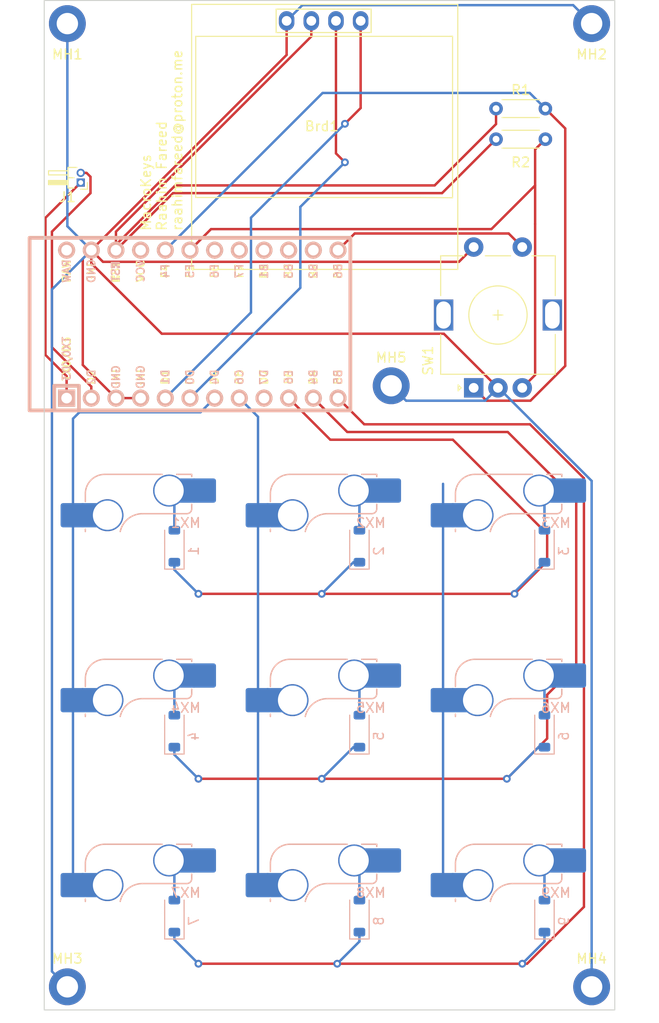
<source format=kicad_pcb>
(kicad_pcb (version 20221018) (generator pcbnew)
  (layers (0 "F.Cu" signal) (31 "B.Cu" signal) (34 "B.Paste" user) (35 "F.Paste" user) (36 "B.SilkS" user "B.Silkscreen") (37 "F.SilkS" user "F.Silkscreen") (38 "B.Mask" user) (39 "F.Mask" user) (44 "Edge.Cuts" user))
  (net 0 "")
  (net 1 "Row 0")
  (net 2 "Net-(D1-A)")
  (net 3 "Row 1")
  (net 4 "Net-(D2-A)")
  (net 5 "Row 2")
  (net 6 "Net-(D3-A)")
  (net 7 "Column 0")
  (net 8 "Net-(D4-A)")
  (net 9 "Column 1")
  (net 10 "Net-(D5-A)")
  (net 11 "Column 2")
  (net 12 "Net-(D6-A)")
  (net 13 "Net-(U1-B6)")
  (net 14 "Net-(D7-A)")
  (net 15 "Net-(J1-Pin_1)")
  (net 16 "Net-(D8-A)")
  (net 17 "Net-(J1-Pin_2)")
  (net 18 "Net-(D9-A)")
  (net 20 "GND")
  (net 22 "Net-(U1-F4)")
  (net 23 "Net-(U1-F5)")
  (net 29 "Net-(Brd1-SDA)")
  (net 30 "Net-(Brd1-SCL)")
  (net 31 "+5V")
  (footprint "Resistor_THT:R_Axial_DIN0204_L3.6mm_D1.6mm_P5.08mm_Horizontal" (layer "F.Cu") (at 63.1825 27.0125)
    (fp_text reference "R1" (at 2.54 -1.92) (layer "F.SilkS"))
    (fp_text value "R")
    (pad "1" thru_hole circle (at 0 0) (size 1.4 1.4) (drill 0.7) (layers "*.Cu" "*.Mask") (net 31 "+5V"))
    (pad "2" thru_hole oval (at 5.08 0) (size 1.4 1.4) (drill 0.7) (layers "*.Cu" "*.Mask") (net 22 "Net-(U1-F4)"))
  )
  (footprint "MountingHole:MountingHole_2.2mm_M2_DIN965_Pad" (layer "F.Cu") (at 73.025 18.25625)
    (fp_text reference "MH2" (at 0 3.175) (layer "F.SilkS"))
    (fp_text value "MountingHole_Pad")
    (pad "1" thru_hole circle (at 0 0) (size 3.8 3.8) (drill 2.2) (layers "*.Cu" "*.Mask") (net 20 "GND"))
  )
  (footprint "Keebio-Parts:ArduinoProMicro" (layer "F.Cu") (at 32.943 49.2125)
    (fp_text reference "U1" hide)
    (fp_text value "ProMicro" hide)
    (fp_text user "GND" (at -11.43 -5.461 90) (layer "B.SilkS") (effects (font (size 0.8 0.8)) (justify mirror)))
    (fp_text user "VCC" (at -6.35 -5.461 90) (layer "B.SilkS") (effects (font (size 0.8 0.8)) (justify mirror)))
    (fp_text user "F4" (at -3.81 -5.461 90) (layer "B.SilkS") (effects (font (size 0.8 0.8)) (justify mirror)))
    (fp_text user "B4" (at 11.43 5.461 90) (layer "B.SilkS") (effects (font (size 0.8 0.8)) (justify mirror)))
    (fp_text user "B5" (at 13.97 5.461 90) (layer "B.SilkS") (effects (font (size 0.8 0.8)) (justify mirror)))
    (fp_text user "GND" (at -6.35 5.461 90) (layer "B.SilkS") (effects (font (size 0.8 0.8)) (justify mirror)))
    (fp_text user "D7" (at 6.35 5.461 90) (layer "B.SilkS") (effects (font (size 0.8 0.8)) (justify mirror)))
    (fp_text user "B1" (at 6.35 -5.461 90) (layer "B.SilkS") (effects (font (size 0.8 0.8)) (justify mirror)))
    (fp_text user "F6" (at 1.27 -5.461 90) (layer "B.SilkS") (effects (font (size 0.8 0.8)) (justify mirror)))
    (fp_text user "B2" (at 11.43 -5.461 90) (layer "B.SilkS") (effects (font (size 0.8 0.8)) (justify mirror)))
    (fp_text user "B6" (at 13.97 -5.461 90) (layer "B.SilkS") (effects (font (size 0.8 0.8)) (justify mirror)))
    (fp_text user "GND" (at -8.89 5.461 90) (layer "B.SilkS") (effects (font (size 0.8 0.8)) (justify mirror)))
    (fp_text user "D2" (at -11.43 5.461 90) (layer "B.SilkS") (effects (font (size 0.8 0.8)) (justify mirror)))
    (fp_text user "F7" (at 3.81 -5.461 90) (layer "B.SilkS") (effects (font (size 0.8 0.8)) (justify mirror)))
    (fp_text user "D1" (at -3.81 5.461 90) (layer "B.SilkS") (effects (font (size 0.8 0.8)) (justify mirror)))
    (fp_text user "F5" (at -1.27 -5.461 90) (layer "B.SilkS") (effects (font (size 0.8 0.8)) (justify mirror)))
    (fp_text user "D0" (at -1.27 5.461 90) (layer "B.SilkS") (effects (font (size 0.8 0.8)) (justify mirror)))
    (fp_text user "E6" (at 8.89 5.461 90) (layer "B.SilkS") (effects (font (size 0.8 0.8)) (justify mirror)))
    (fp_text user "D4" (at 1.27 5.461 90) (layer "B.SilkS") (effects (font (size 0.8 0.8)) (justify mirror)))
    (fp_text user "B3" (at 8.89 -5.461 90) (layer "B.SilkS") (effects (font (size 0.8 0.8)) (justify mirror)))
    (fp_text user "C6" (at 3.81 5.461 90) (layer "B.SilkS") (effects (font (size 0.8 0.8)) (justify mirror)))
    (fp_text user "ST" (at -8.91 -5.04 90) (layer "B.SilkS") (effects (font (size 0.8 0.8)) (justify mirror)))
    (fp_text user "TX0/D3" (at -13.97 3.571872 90) (layer "B.SilkS") (effects (font (size 0.8 0.8)) (justify mirror)))
    (fp_text user "RAW" (at -13.97 -5.461 90) (layer "B.SilkS") (effects (font (size 0.8 0.8)) (justify mirror)))
    (fp_text user "B3" (at 8.89 -5.461 90) (layer "F.SilkS") (effects (font (size 0.8 0.8))))
    (fp_text user "F5" (at -1.27 -5.461 90) (layer "F.SilkS") (effects (font (size 0.8 0.8))))
    (fp_text user "RAW" (at -13.97 -5.461 90) (layer "F.SilkS") (effects (font (size 0.8 0.8))))
    (fp_text user "F6" (at 1.27 -5.461 90) (layer "F.SilkS") (effects (font (size 0.8 0.8))))
    (fp_text user "D1" (at -3.81 5.461 90) (layer "F.SilkS") (effects (font (size 0.8 0.8))))
    (fp_text user "D4" (at 1.27 5.461 90) (layer "F.SilkS") (effects (font (size 0.8 0.8))))
    (fp_text user "E6" (at 8.89 5.461 90) (layer "F.SilkS") (effects (font (size 0.8 0.8))))
    (fp_text user "F7" (at 3.81 -5.461 90) (layer "F.SilkS") (effects (font (size 0.8 0.8))))
    (fp_text user "B4" (at 11.43 5.461 90) (layer "F.SilkS") (effects (font (size 0.8 0.8))))
    (fp_text user "F4" (at -3.81 -5.461 90) (layer "F.SilkS") (effects (font (size 0.8 0.8))))
    (fp_text user "B6" (at 13.97 -5.461 90) (layer "F.SilkS") (effects (font (size 0.8 0.8))))
    (fp_text user "B2" (at 11.43 -5.461 90) (layer "F.SilkS") (effects (font (size 0.8 0.8))))
    (fp_text user "VCC" (at -6.35 -5.461 90) (layer "F.SilkS") (effects (font (size 0.8 0.8))))
    (fp_text user "GND" (at -8.89 5.461 90) (layer "F.SilkS") (effects (font (size 0.8 0.8))))
    (fp_text user "D7" (at 6.35 5.461 90) (layer "F.SilkS") (effects (font (size 0.8 0.8))))
    (fp_text user "ST" (at -8.92 -5.73312 90) (layer "F.SilkS") (effects (font (size 0.8 0.8))))
    (fp_text user "B1" (at 6.35 -5.461 90) (layer "F.SilkS") (effects (font (size 0.8 0.8))))
    (fp_text user "D2" (at -11.43 5.461 90) (layer "F.SilkS") (effects (font (size 0.8 0.8))))
    (fp_text user "D0" (at -1.27 5.461 90) (layer "F.SilkS") (effects (font (size 0.8 0.8))))
    (fp_text user "C6" (at 3.81 5.461 90) (layer "F.SilkS") (effects (font (size 0.8 0.8))))
    (fp_text user "TX0/D3" (at -13.97 3.571872 90) (layer "F.SilkS") (effects (font (size 0.8 0.8))))
    (fp_text user "B5" (at 13.97 5.461 90) (layer "F.SilkS") (effects (font (size 0.8 0.8))))
    (fp_text user "GND" (at -6.35 5.461 90) (layer "F.SilkS") (effects (font (size 0.8 0.8))))
    (fp_text user "GND" (at -11.43 -5.461 90) (layer "F.SilkS") (effects (font (size 0.8 0.8))))
    (pad "1" thru_hole rect (at -13.97 7.62) (size 1.7526 1.7526) (drill 1.0922) (layers "*.Cu" "*.SilkS" "*.Mask") (net 15 "Net-(J1-Pin_1)"))
    (pad "2" thru_hole circle (at -11.43 7.62) (size 1.7526 1.7526) (drill 1.0922) (layers "*.Cu" "*.SilkS" "*.Mask") (net 17 "Net-(J1-Pin_2)"))
    (pad "3" thru_hole circle (at -8.89 7.62) (size 1.7526 1.7526) (drill 1.0922) (layers "*.Cu" "*.SilkS" "*.Mask") (net 20 "GND"))
    (pad "4" thru_hole circle (at -6.35 7.62) (size 1.7526 1.7526) (drill 1.0922) (layers "*.Cu" "*.SilkS" "*.Mask") (net 20 "GND"))
    (pad "5" thru_hole circle (at -3.81 7.62) (size 1.7526 1.7526) (drill 1.0922) (layers "*.Cu" "*.SilkS" "*.Mask") (net 29 "Net-(Brd1-SDA)"))
    (pad "6" thru_hole circle (at -1.27 7.62) (size 1.7526 1.7526) (drill 1.0922) (layers "*.Cu" "*.SilkS" "*.Mask") (net 30 "Net-(Brd1-SCL)"))
    (pad "7" thru_hole circle (at 1.27 7.62) (size 1.7526 1.7526) (drill 1.0922) (layers "*.Cu" "*.SilkS" "*.Mask") (net 7 "Column 0"))
    (pad "8" thru_hole circle (at 3.81 7.62) (size 1.7526 1.7526) (drill 1.0922) (layers "*.Cu" "*.SilkS" "*.Mask") (net 9 "Column 1"))
    (pad "9" thru_hole circle (at 6.35 7.62) (size 1.7526 1.7526) (drill 1.0922) (layers "*.Cu" "*.SilkS" "*.Mask") (net 11 "Column 2"))
    (pad "10" thru_hole circle (at 8.89 7.62) (size 1.7526 1.7526) (drill 1.0922) (layers "*.Cu" "*.SilkS" "*.Mask") (net 1 "Row 0"))
    (pad "11" thru_hole circle (at 11.43 7.62) (size 1.7526 1.7526) (drill 1.0922) (layers "*.Cu" "*.SilkS" "*.Mask") (net 3 "Row 1"))
    (pad "12" thru_hole circle (at 13.97 7.62) (size 1.7526 1.7526) (drill 1.0922) (layers "*.Cu" "*.SilkS" "*.Mask") (net 5 "Row 2"))
    (pad "13" thru_hole circle (at 13.97 -7.62) (size 1.7526 1.7526) (drill 1.0922) (layers "*.Cu" "*.SilkS" "*.Mask") (net 13 "Net-(U1-B6)"))
    (pad "14" thru_hole circle (at 11.43 -7.62) (size 1.7526 1.7526) (drill 1.0922) (layers "*.Cu" "*.SilkS" "*.Mask"))
    (pad "15" thru_hole circle (at 8.89 -7.62) (size 1.7526 1.7526) (drill 1.0922) (layers "*.Cu" "*.SilkS" "*.Mask"))
    (pad "16" thru_hole circle (at 6.35 -7.62) (size 1.7526 1.7526) (drill 1.0922) (layers "*.Cu" "*.SilkS" "*.Mask"))
    (pad "17" thru_hole circle (at 3.81 -7.62) (size 1.7526 1.7526) (drill 1.0922) (layers "*.Cu" "*.SilkS" "*.Mask"))
    (pad "18" thru_hole circle (at 1.27 -7.62) (size 1.7526 1.7526) (drill 1.0922) (layers "*.Cu" "*.SilkS" "*.Mask"))
    (pad "19" thru_hole circle (at -1.27 -7.62) (size 1.7526 1.7526) (drill 1.0922) (layers "*.Cu" "*.SilkS" "*.Mask") (net 23 "Net-(U1-F5)"))
    (pad "20" thru_hole circle (at -3.81 -7.62) (size 1.7526 1.7526) (drill 1.0922) (layers "*.Cu" "*.SilkS" "*.Mask") (net 22 "Net-(U1-F4)"))
    (pad "21" thru_hole circle (at -6.35 -7.62) (size 1.7526 1.7526) (drill 1.0922) (layers "*.Cu" "*.SilkS" "*.Mask"))
    (pad "22" thru_hole circle (at -8.89 -7.62) (size 1.7526 1.7526) (drill 1.0922) (layers "*.Cu" "*.SilkS" "*.Mask") (net 31 "+5V"))
    (pad "23" thru_hole circle (at -11.43 -7.62) (size 1.7526 1.7526) (drill 1.0922) (layers "*.Cu" "*.SilkS" "*.Mask") (net 20 "GND"))
    (pad "24" thru_hole circle (at -13.97 -7.62) (size 1.7526 1.7526) (drill 1.0922) (layers "*.Cu" "*.SilkS" "*.Mask"))
  )
  (footprint "MountingHole:MountingHole_2.2mm_M2_DIN965_Pad" (layer "F.Cu") (at 19.05 117.475)
    (fp_text reference "MH3" (at 0 -2.9) (layer "F.SilkS"))
    (fp_text value "MountingHole_Pad")
    (pad "1" thru_hole circle (at 0 0) (size 3.8 3.8) (drill 2.2) (layers "*.Cu" "*.Mask") (net 20 "GND"))
  )
  (footprint "MountingHole:MountingHole_2.2mm_M2_DIN965_Pad" (layer "F.Cu") (at 73.025 117.475)
    (fp_text reference "MH4" (at 0 -2.9) (layer "F.SilkS"))
    (fp_text value "MountingHole_Pad")
    (pad "1" thru_hole circle (at 0 0) (size 3.8 3.8) (drill 2.2) (layers "*.Cu" "*.Mask") (net 20 "GND"))
  )
  (footprint "Resistor_THT:R_Axial_DIN0204_L3.6mm_D1.6mm_P5.08mm_Horizontal" (layer "F.Cu") (at 63.1825 30.1625)
    (fp_text reference "R2" (at 2.54 2.38125) (layer "F.SilkS"))
    (fp_text value "R")
    (pad "1" thru_hole circle (at 0 0) (size 1.4 1.4) (drill 0.7) (layers "*.Cu" "*.Mask") (net 31 "+5V"))
    (pad "2" thru_hole oval (at 5.08 0) (size 1.4 1.4) (drill 0.7) (layers "*.Cu" "*.Mask") (net 23 "Net-(U1-F5)"))
  )
  (footprint "MountingHole:MountingHole_2.2mm_M2_DIN965_Pad" (layer "F.Cu") (at 19.05 18.25625)
    (fp_text reference "MH1" (at 0 3.175) (layer "F.SilkS"))
    (fp_text value "MountingHole_Pad")
    (pad "1" thru_hole circle (at 0 0) (size 3.8 3.8) (drill 2.2) (layers "*.Cu" "*.Mask") (net 20 "GND"))
  )
  (footprint "SSD1306:128x64OLED" (layer "F.Cu") (at 45.24375 28.575)
    (fp_text reference "Brd1" (at 0 0.254) (layer "F.SilkS"))
    (fp_text value "SSD1306")
    (pad "1" thru_hole oval (at -3.62 -10.6 90) (size 2 1.6) (drill 1) (layers "*.Cu" "*.Mask") (net 20 "GND"))
    (pad "2" thru_hole oval (at -1.08 -10.6 90) (size 2 1.6) (drill 1) (layers "*.Cu" "*.Mask") (net 31 "+5V"))
    (pad "3" thru_hole oval (at 1.46 -10.6 90) (size 2 1.6) (drill 1) (layers "*.Cu" "*.Mask") (net 30 "Net-(Brd1-SCL)"))
    (pad "4" thru_hole oval (at 4 -10.6 90) (size 2 1.6) (drill 1) (layers "*.Cu" "*.Mask") (net 29 "Net-(Brd1-SDA)"))
  )
  (footprint "Connector_PinHeader_1.00mm:PinHeader_1x02_P1.00mm_Horizontal" (layer "F.Cu") (at 20.425 34.63125 180)
    (fp_text reference "J1" (at 1.375 -1.5) (layer "F.SilkS"))
    (fp_text value "Conn_01x02_Pin")
    (pad "1" thru_hole rect (at 0 0 180) (size 0.85 0.85) (drill 0.5) (layers "*.Cu" "*.Mask") (net 15 "Net-(J1-Pin_1)"))
    (pad "2" thru_hole oval (at 0 1 180) (size 0.85 0.85) (drill 0.5) (layers "*.Cu" "*.Mask") (net 17 "Net-(J1-Pin_2)"))
  )
  (footprint "Keebio-Parts:RotaryEncoder_Alps_EC11E-Switch_Vertical_H20mm" (layer "F.Cu") (at 63.38125 48.275 90)
    (fp_text reference "SW1" (at -4.7 -7.2 90) (layer "F.SilkS"))
    (fp_text value "RotaryEncoder_Switch")
    (pad "A" thru_hole rect (at -7.5 -2.5 90) (size 2 2) (drill 1) (layers "*.Cu" "*.Mask") (net 22 "Net-(U1-F4)"))
    (pad "B" thru_hole circle (at -7.5 2.5 90) (size 2 2) (drill 1) (layers "*.Cu" "*.Mask") (net 23 "Net-(U1-F5)"))
    (pad "C" thru_hole circle (at -7.5 0 90) (size 2 2) (drill 1) (layers "*.Cu" "*.Mask") (net 20 "GND"))
    (pad "MP" thru_hole rect (at 0 -5.6 90) (size 3.2 2) (drill oval 2.8 1.5) (layers "*.Cu" "*.Mask"))
    (pad "MP" thru_hole rect (at 0 5.6 90) (size 3.2 2) (drill oval 2.8 1.5) (layers "*.Cu" "*.Mask"))
    (pad "S1" thru_hole circle (at 7 2.5 90) (size 2 2) (drill 1) (layers "*.Cu" "*.Mask") (net 13 "Net-(U1-B6)"))
    (pad "S2" thru_hole circle (at 7 -2.5 90) (size 2 2) (drill 1) (layers "*.Cu" "*.Mask") (net 20 "GND"))
  )
  (footprint "MountingHole:MountingHole_2.2mm_M2_DIN965_Pad" (layer "F.Cu") (at 52.3875 55.5625)
    (fp_text reference "MH5" (at 0 -2.9) (layer "F.SilkS"))
    (fp_text value "MountingHole_Pad")
    (pad "1" thru_hole circle (at 0 0) (size 3.8 3.8) (drill 2.2) (layers "*.Cu" "*.Mask") (net 20 "GND"))
  )
  (footprint "PCM_marbastlib-mx:SW_MX_HS_CPG151101S11_1u" (layer "B.Cu") (at 26.9875 71.4375 180)
    (fp_text reference "MX1" (at -4.25 1.75) (layer "B.SilkS") (effects (justify mirror)))
    (fp_text value "MX_SW_HS")
    (pad "" np_thru_hole circle (at -5.08 0 180) (size 1.75 1.75) (drill 1.75) (layers "*.Cu" "*.Mask"))
    (pad "" np_thru_hole circle (at 0 0 180) (size 3.9878 3.9878) (drill 3.9878) (layers "*.Cu" "*.Mask"))
    (pad "" np_thru_hole circle (at 5.08 0 180) (size 1.75 1.75) (drill 1.75) (layers "*.Cu" "*.Mask"))
    (pad "1" thru_hole circle (at 3.81 2.54 180) (size 3.3 3.3) (drill 3) (layers "*.Cu" "*.Mask") (net 7 "Column 0"))
    (pad "1" smd rect (at 5.635 2.54) (size 1.65 2.5) (layers "B.Cu") (net 7 "Column 0"))
    (pad "1" smd roundrect (at 7.36 2.54 180) (size 2.55 2.5) (layers "B.Cu" "B.Paste" "B.Mask") (roundrect_rratio 0.1) (net 7 "Column 0"))
    (pad "2" smd roundrect (at -6.09 5.08 180) (size 2.55 2.5) (layers "B.Cu" "B.Paste" "B.Mask") (roundrect_rratio 0.1) (net 2 "Net-(D1-A)"))
    (pad "2" smd rect (at -4.34 5.08 180) (size 1.65 2.5) (layers "B.Cu") (net 2 "Net-(D1-A)"))
    (pad "2" thru_hole circle (at -2.54 5.08 180) (size 3.3 3.3) (drill 3) (layers "*.Cu" "*.Mask") (net 2 "Net-(D1-A)"))
  )
  (footprint "PCM_marbastlib-mx:SW_MX_HS_CPG151101S11_1u" (layer "B.Cu") (at 46.0375 71.4375 180)
    (fp_text reference "MX2" (at -4.25 1.75) (layer "B.SilkS") (effects (justify mirror)))
    (fp_text value "MX_SW_HS")
    (pad "" np_thru_hole circle (at -5.08 0 180) (size 1.75 1.75) (drill 1.75) (layers "*.Cu" "*.Mask"))
    (pad "" np_thru_hole circle (at 0 0 180) (size 3.9878 3.9878) (drill 3.9878) (layers "*.Cu" "*.Mask"))
    (pad "" np_thru_hole circle (at 5.08 0 180) (size 1.75 1.75) (drill 1.75) (layers "*.Cu" "*.Mask"))
    (pad "1" thru_hole circle (at 3.81 2.54 180) (size 3.3 3.3) (drill 3) (layers "*.Cu" "*.Mask") (net 9 "Column 1"))
    (pad "1" smd rect (at 5.635 2.54) (size 1.65 2.5) (layers "B.Cu") (net 9 "Column 1"))
    (pad "1" smd roundrect (at 7.36 2.54 180) (size 2.55 2.5) (layers "B.Cu" "B.Paste" "B.Mask") (roundrect_rratio 0.1) (net 9 "Column 1"))
    (pad "2" smd roundrect (at -6.09 5.08 180) (size 2.55 2.5) (layers "B.Cu" "B.Paste" "B.Mask") (roundrect_rratio 0.1) (net 4 "Net-(D2-A)"))
    (pad "2" smd rect (at -4.34 5.08 180) (size 1.65 2.5) (layers "B.Cu") (net 4 "Net-(D2-A)"))
    (pad "2" thru_hole circle (at -2.54 5.08 180) (size 3.3 3.3) (drill 3) (layers "*.Cu" "*.Mask") (net 4 "Net-(D2-A)"))
  )
  (footprint "Diode_SMD:D_SOD-123" (layer "B.Cu") (at 68.1675 72.0875 90)
    (fp_text reference "D3" (at 0 2 90) (layer "B.SilkS") (effects (justify mirror)))
    (fp_text value "D_Small")
    (pad "1" smd roundrect (at -1.65 0 90) (size 0.9 1.2) (layers "B.Cu" "B.Paste" "B.Mask") (net 1 "Row 0"))
    (pad "2" smd roundrect (at 1.65 0 90) (size 0.9 1.2) (layers "B.Cu" "B.Paste" "B.Mask") (net 6 "Net-(D3-A)"))
  )
  (footprint "Diode_SMD:D_SOD-123" (layer "B.Cu") (at 30.0675 91.1375 90)
    (fp_text reference "D4" (at 0 2 90) (layer "B.SilkS") (effects (justify mirror)))
    (fp_text value "D_Small")
    (pad "1" smd roundrect (at -1.65 0 90) (size 0.9 1.2) (layers "B.Cu" "B.Paste" "B.Mask") (net 3 "Row 1"))
    (pad "2" smd roundrect (at 1.65 0 90) (size 0.9 1.2) (layers "B.Cu" "B.Paste" "B.Mask") (net 8 "Net-(D4-A)"))
  )
  (footprint "Diode_SMD:D_SOD-123" (layer "B.Cu") (at 49.1175 110.1875 90)
    (fp_text reference "D8" (at 0 2 90) (layer "B.SilkS") (effects (justify mirror)))
    (fp_text value "D_Small")
    (pad "1" smd roundrect (at -1.65 0 90) (size 0.9 1.2) (layers "B.Cu" "B.Paste" "B.Mask") (net 5 "Row 2"))
    (pad "2" smd roundrect (at 1.65 0 90) (size 0.9 1.2) (layers "B.Cu" "B.Paste" "B.Mask") (net 16 "Net-(D8-A)"))
  )
  (footprint "Diode_SMD:D_SOD-123" (layer "B.Cu") (at 30.0675 72.0875 90)
    (fp_text reference "D1" (at 0 2 90) (layer "B.SilkS") (effects (justify mirror)))
    (fp_text value "D_Small")
    (pad "1" smd roundrect (at -1.65 0 90) (size 0.9 1.2) (layers "B.Cu" "B.Paste" "B.Mask") (net 1 "Row 0"))
    (pad "2" smd roundrect (at 1.65 0 90) (size 0.9 1.2) (layers "B.Cu" "B.Paste" "B.Mask") (net 2 "Net-(D1-A)"))
  )
  (footprint "Diode_SMD:D_SOD-123" (layer "B.Cu") (at 68.1675 91.1375 90)
    (fp_text reference "D6" (at 0 2 90) (layer "B.SilkS") (effects (justify mirror)))
    (fp_text value "D_Small")
    (pad "1" smd roundrect (at -1.65 0 90) (size 0.9 1.2) (layers "B.Cu" "B.Paste" "B.Mask") (net 3 "Row 1"))
    (pad "2" smd roundrect (at 1.65 0 90) (size 0.9 1.2) (layers "B.Cu" "B.Paste" "B.Mask") (net 12 "Net-(D6-A)"))
  )
  (footprint "PCM_marbastlib-mx:SW_MX_HS_CPG151101S11_1u" (layer "B.Cu") (at 46.0375 90.4875 180)
    (fp_text reference "MX5" (at -4.25 1.75) (layer "B.SilkS") (effects (justify mirror)))
    (fp_text value "MX_SW_HS")
    (pad "" np_thru_hole circle (at -5.08 0 180) (size 1.75 1.75) (drill 1.75) (layers "*.Cu" "*.Mask"))
    (pad "" np_thru_hole circle (at 0 0 180) (size 3.9878 3.9878) (drill 3.9878) (layers "*.Cu" "*.Mask"))
    (pad "" np_thru_hole circle (at 5.08 0 180) (size 1.75 1.75) (drill 1.75) (layers "*.Cu" "*.Mask"))
    (pad "1" thru_hole circle (at 3.81 2.54 180) (size 3.3 3.3) (drill 3) (layers "*.Cu" "*.Mask") (net 9 "Column 1"))
    (pad "1" smd rect (at 5.635 2.54) (size 1.65 2.5) (layers "B.Cu") (net 9 "Column 1"))
    (pad "1" smd roundrect (at 7.36 2.54 180) (size 2.55 2.5) (layers "B.Cu" "B.Paste" "B.Mask") (roundrect_rratio 0.1) (net 9 "Column 1"))
    (pad "2" smd roundrect (at -6.09 5.08 180) (size 2.55 2.5) (layers "B.Cu" "B.Paste" "B.Mask") (roundrect_rratio 0.1) (net 10 "Net-(D5-A)"))
    (pad "2" smd rect (at -4.34 5.08 180) (size 1.65 2.5) (layers "B.Cu") (net 10 "Net-(D5-A)"))
    (pad "2" thru_hole circle (at -2.54 5.08 180) (size 3.3 3.3) (drill 3) (layers "*.Cu" "*.Mask") (net 10 "Net-(D5-A)"))
  )
  (footprint "Diode_SMD:D_SOD-123" (layer "B.Cu") (at 49.1175 72.0875 90)
    (fp_text reference "D2" (at 0 2 90) (layer "B.SilkS") (effects (justify mirror)))
    (fp_text value "D_Small")
    (pad "1" smd roundrect (at -1.65 0 90) (size 0.9 1.2) (layers "B.Cu" "B.Paste" "B.Mask") (net 1 "Row 0"))
    (pad "2" smd roundrect (at 1.65 0 90) (size 0.9 1.2) (layers "B.Cu" "B.Paste" "B.Mask") (net 4 "Net-(D2-A)"))
  )
  (footprint "Diode_SMD:D_SOD-123" (layer "B.Cu") (at 49.1175 91.1375 90)
    (fp_text reference "D5" (at 0 2 90) (layer "B.SilkS") (effects (justify mirror)))
    (fp_text value "D_Small")
    (pad "1" smd roundrect (at -1.65 0 90) (size 0.9 1.2) (layers "B.Cu" "B.Paste" "B.Mask") (net 3 "Row 1"))
    (pad "2" smd roundrect (at 1.65 0 90) (size 0.9 1.2) (layers "B.Cu" "B.Paste" "B.Mask") (net 10 "Net-(D5-A)"))
  )
  (footprint "PCM_marbastlib-mx:SW_MX_HS_CPG151101S11_1u" (layer "B.Cu") (at 26.9875 90.4875 180)
    (fp_text reference "MX4" (at -4.25 1.75) (layer "B.SilkS") (effects (justify mirror)))
    (fp_text value "MX_SW_HS")
    (pad "" np_thru_hole circle (at -5.08 0 180) (size 1.75 1.75) (drill 1.75) (layers "*.Cu" "*.Mask"))
    (pad "" np_thru_hole circle (at 0 0 180) (size 3.9878 3.9878) (drill 3.9878) (layers "*.Cu" "*.Mask"))
    (pad "" np_thru_hole circle (at 5.08 0 180) (size 1.75 1.75) (drill 1.75) (layers "*.Cu" "*.Mask"))
    (pad "1" thru_hole circle (at 3.81 2.54 180) (size 3.3 3.3) (drill 3) (layers "*.Cu" "*.Mask") (net 7 "Column 0"))
    (pad "1" smd rect (at 5.635 2.54) (size 1.65 2.5) (layers "B.Cu") (net 7 "Column 0"))
    (pad "1" smd roundrect (at 7.36 2.54 180) (size 2.55 2.5) (layers "B.Cu" "B.Paste" "B.Mask") (roundrect_rratio 0.1) (net 7 "Column 0"))
    (pad "2" smd roundrect (at -6.09 5.08 180) (size 2.55 2.5) (layers "B.Cu" "B.Paste" "B.Mask") (roundrect_rratio 0.1) (net 8 "Net-(D4-A)"))
    (pad "2" smd rect (at -4.34 5.08 180) (size 1.65 2.5) (layers "B.Cu") (net 8 "Net-(D4-A)"))
    (pad "2" thru_hole circle (at -2.54 5.08 180) (size 3.3 3.3) (drill 3) (layers "*.Cu" "*.Mask") (net 8 "Net-(D4-A)"))
  )
  (footprint "Diode_SMD:D_SOD-123" (layer "B.Cu") (at 30.0675 110.1875 90)
    (fp_text reference "D7" (at 0 2 90) (layer "B.SilkS") (effects (justify mirror)))
    (fp_text value "D_Small")
    (pad "1" smd roundrect (at -1.65 0 90) (size 0.9 1.2) (layers "B.Cu" "B.Paste" "B.Mask") (net 5 "Row 2"))
    (pad "2" smd roundrect (at 1.65 0 90) (size 0.9 1.2) (layers "B.Cu" "B.Paste" "B.Mask") (net 14 "Net-(D7-A)"))
  )
  (footprint "PCM_marbastlib-mx:SW_MX_HS_CPG151101S11_1u" (layer "B.Cu") (at 26.9875 109.5375 180)
    (fp_text reference "MX7" (at -4.25 1.75) (layer "B.SilkS") (effects (justify mirror)))
    (fp_text value "MX_SW_HS")
    (pad "" np_thru_hole circle (at -5.08 0 180) (size 1.75 1.75) (drill 1.75) (layers "*.Cu" "*.Mask"))
    (pad "" np_thru_hole circle (at 0 0 180) (size 3.9878 3.9878) (drill 3.9878) (layers "*.Cu" "*.Mask"))
    (pad "" np_thru_hole circle (at 5.08 0 180) (size 1.75 1.75) (drill 1.75) (layers "*.Cu" "*.Mask"))
    (pad "1" thru_hole circle (at 3.81 2.54 180) (size 3.3 3.3) (drill 3) (layers "*.Cu" "*.Mask") (net 7 "Column 0"))
    (pad "1" smd rect (at 5.635 2.54) (size 1.65 2.5) (layers "B.Cu") (net 7 "Column 0"))
    (pad "1" smd roundrect (at 7.36 2.54 180) (size 2.55 2.5) (layers "B.Cu" "B.Paste" "B.Mask") (roundrect_rratio 0.1) (net 7 "Column 0"))
    (pad "2" smd roundrect (at -6.09 5.08 180) (size 2.55 2.5) (layers "B.Cu" "B.Paste" "B.Mask") (roundrect_rratio 0.1) (net 14 "Net-(D7-A)"))
    (pad "2" smd rect (at -4.34 5.08 180) (size 1.65 2.5) (layers "B.Cu") (net 14 "Net-(D7-A)"))
    (pad "2" thru_hole circle (at -2.54 5.08 180) (size 3.3 3.3) (drill 3) (layers "*.Cu" "*.Mask") (net 14 "Net-(D7-A)"))
  )
  (footprint "Diode_SMD:D_SOD-123" (layer "B.Cu") (at 68.1675 110.1875 90)
    (fp_text reference "D9" (at 0 2 90) (layer "B.SilkS") (effects (justify mirror)))
    (fp_text value "D_Small")
    (pad "1" smd roundrect (at -1.65 0 90) (size 0.9 1.2) (layers "B.Cu" "B.Paste" "B.Mask") (net 5 "Row 2"))
    (pad "2" smd roundrect (at 1.65 0 90) (size 0.9 1.2) (layers "B.Cu" "B.Paste" "B.Mask") (net 18 "Net-(D9-A)"))
  )
  (footprint "PCM_marbastlib-mx:SW_MX_HS_CPG151101S11_1u" (layer "B.Cu") (at 65.0875 109.5375 180)
    (fp_text reference "MX9" (at -4.25 1.75) (layer "B.SilkS") (effects (justify mirror)))
    (fp_text value "MX_SW_HS")
    (pad "" np_thru_hole circle (at -5.08 0 180) (size 1.75 1.75) (drill 1.75) (layers "*.Cu" "*.Mask"))
    (pad "" np_thru_hole circle (at 0 0 180) (size 3.9878 3.9878) (drill 3.9878) (layers "*.Cu" "*.Mask"))
    (pad "" np_thru_hole circle (at 5.08 0 180) (size 1.75 1.75) (drill 1.75) (layers "*.Cu" "*.Mask"))
    (pad "1" thru_hole circle (at 3.81 2.54 180) (size 3.3 3.3) (drill 3) (layers "*.Cu" "*.Mask") (net 11 "Column 2"))
    (pad "1" smd rect (at 5.635 2.54) (size 1.65 2.5) (layers "B.Cu") (net 11 "Column 2"))
    (pad "1" smd roundrect (at 7.36 2.54 180) (size 2.55 2.5) (layers "B.Cu" "B.Paste" "B.Mask") (roundrect_rratio 0.1) (net 11 "Column 2"))
    (pad "2" smd roundrect (at -6.09 5.08 180) (size 2.55 2.5) (layers "B.Cu" "B.Paste" "B.Mask") (roundrect_rratio 0.1) (net 18 "Net-(D9-A)"))
    (pad "2" smd rect (at -4.34 5.08 180) (size 1.65 2.5) (layers "B.Cu") (net 18 "Net-(D9-A)"))
    (pad "2" thru_hole circle (at -2.54 5.08 180) (size 3.3 3.3) (drill 3) (layers "*.Cu" "*.Mask") (net 18 "Net-(D9-A)"))
  )
  (footprint "PCM_marbastlib-mx:SW_MX_HS_CPG151101S11_1u" (layer "B.Cu") (at 65.0875 90.4875 180)
    (fp_text reference "MX6" (at -4.25 1.75) (layer "B.SilkS") (effects (justify mirror)))
    (fp_text value "MX_SW_HS")
    (pad "" np_thru_hole circle (at -5.08 0 180) (size 1.75 1.75) (drill 1.75) (layers "*.Cu" "*.Mask"))
    (pad "" np_thru_hole circle (at 0 0 180) (size 3.9878 3.9878) (drill 3.9878) (layers "*.Cu" "*.Mask"))
    (pad "" np_thru_hole circle (at 5.08 0 180) (size 1.75 1.75) (drill 1.75) (layers "*.Cu" "*.Mask"))
    (pad "1" thru_hole circle (at 3.81 2.54 180) (size 3.3 3.3) (drill 3) (layers "*.Cu" "*.Mask") (net 11 "Column 2"))
    (pad "1" smd rect (at 5.635 2.54) (size 1.65 2.5) (layers "B.Cu") (net 11 "Column 2"))
    (pad "1" smd roundrect (at 7.36 2.54 180) (size 2.55 2.5) (layers "B.Cu" "B.Paste" "B.Mask") (roundrect_rratio 0.1) (net 11 "Column 2"))
    (pad "2" smd roundrect (at -6.09 5.08 180) (size 2.55 2.5) (layers "B.Cu" "B.Paste" "B.Mask") (roundrect_rratio 0.1) (net 12 "Net-(D6-A)"))
    (pad "2" smd rect (at -4.34 5.08 180) (size 1.65 2.5) (layers "B.Cu") (net 12 "Net-(D6-A)"))
    (pad "2" thru_hole circle (at -2.54 5.08 180) (size 3.3 3.3) (drill 3) (layers "*.Cu" "*.Mask") (net 12 "Net-(D6-A)"))
  )
  (footprint "PCM_marbastlib-mx:SW_MX_HS_CPG151101S11_1u" (layer "B.Cu") (at 46.0375 109.5375 180)
    (fp_text reference "MX8" (at -4.25 1.75) (layer "B.SilkS") (effects (justify mirror)))
    (fp_text value "MX_SW_HS")
    (pad "" np_thru_hole circle (at -5.08 0 180) (size 1.75 1.75) (drill 1.75) (layers "*.Cu" "*.Mask"))
    (pad "" np_thru_hole circle (at 0 0 180) (size 3.9878 3.9878) (drill 3.9878) (layers "*.Cu" "*.Mask"))
    (pad "" np_thru_hole circle (at 5.08 0 180) (size 1.75 1.75) (drill 1.75) (layers "*.Cu" "*.Mask"))
    (pad "1" thru_hole circle (at 3.81 2.54 180) (size 3.3 3.3) (drill 3) (layers "*.Cu" "*.Mask") (net 9 "Column 1"))
    (pad "1" smd rect (at 5.635 2.54) (size 1.65 2.5) (layers "B.Cu") (net 9 "Column 1"))
    (pad "1" smd roundrect (at 7.36 2.54 180) (size 2.55 2.5) (layers "B.Cu" "B.Paste" "B.Mask") (roundrect_rratio 0.1) (net 9 "Column 1"))
    (pad "2" smd roundrect (at -6.09 5.08 180) (size 2.55 2.5) (layers "B.Cu" "B.Paste" "B.Mask") (roundrect_rratio 0.1) (net 16 "Net-(D8-A)"))
    (pad "2" smd rect (at -4.34 5.08 180) (size 1.65 2.5) (layers "B.Cu") (net 16 "Net-(D8-A)"))
    (pad "2" thru_hole circle (at -2.54 5.08 180) (size 3.3 3.3) (drill 3) (layers "*.Cu" "*.Mask") (net 16 "Net-(D8-A)"))
  )
  (footprint "PCM_marbastlib-mx:SW_MX_HS_CPG151101S11_1u" (layer "B.Cu") (at 65.0875 71.4375 180)
    (fp_text reference "MX3" (at -4.25 1.75) (layer "B.SilkS") (effects (justify mirror)))
    (fp_text value "MX_SW_HS")
    (pad "" np_thru_hole circle (at -5.08 0 180) (size 1.75 1.75) (drill 1.75) (layers "*.Cu" "*.Mask"))
    (pad "" np_thru_hole circle (at 0 0 180) (size 3.9878 3.9878) (drill 3.9878) (layers "*.Cu" "*.Mask"))
    (pad "" np_thru_hole circle (at 5.08 0 180) (size 1.75 1.75) (drill 1.75) (layers "*.Cu" "*.Mask"))
    (pad "1" thru_hole circle (at 3.81 2.54 180) (size 3.3 3.3) (drill 3) (layers "*.Cu" "*.Mask") (net 11 "Column 2"))
    (pad "1" smd rect (at 5.635 2.54) (size 1.65 2.5) (layers "B.Cu") (net 11 "Column 2"))
    (pad "1" smd roundrect (at 7.36 2.54 180) (size 2.55 2.5) (layers "B.Cu" "B.Paste" "B.Mask") (roundrect_rratio 0.1) (net 11 "Column 2"))
    (pad "2" smd roundrect (at -6.09 5.08 180) (size 2.55 2.5) (layers "B.Cu" "B.Paste" "B.Mask") (roundrect_rratio 0.1) (net 6 "Net-(D3-A)"))
    (pad "2" smd rect (at -4.34 5.08 180) (size 1.65 2.5) (layers "B.Cu") (net 6 "Net-(D3-A)"))
    (pad "2" thru_hole circle (at -2.54 5.08 180) (size 3.3 3.3) (drill 3) (layers "*.Cu" "*.Mask") (net 6 "Net-(D3-A)"))
  )
  (gr_line (start 75.40625 15.875) (end 16.66875 15.875) (stroke (width 0.1)) (layer "Edge.Cuts"))
  (gr_line (start 16.66875 15.875) (end 16.66875 119.85625) (stroke (width 0.1)) (layer "Edge.Cuts"))
  (gr_line (start 16.66875 119.85625) (end 75.40625 119.85625) (stroke (width 0.1)) (layer "Edge.Cuts"))
  (gr_line (start 75.40625 119.85625) (end 75.40625 15.875) (stroke (width 0.1)) (layer "Edge.Cuts"))
  (gr_text "MacroKeys\nRaahim Fareed\nraahimfareed@proton.me" (at 30.95625 39.6875 90) (layer "F.SilkS") (effects (font (size 1 1)) (justify left bottom)))
  (segment (start 46.11925 61.11875) (end 41.833 56.8325) (width 0.25) (layer "F.Cu") (net 1))
  (segment (start 65.0875 76.99375) (end 45.24375 76.99375) (width 0.25) (layer "F.Cu") (net 1))
  (segment (start 32.54375 76.99375) (end 45.24375 76.99375) (width 0.25) (layer "F.Cu") (net 1))
  (segment (start 68.445572 70.826822) (end 58.7375 61.11875) (width 0.25) (layer "F.Cu") (net 1))
  (segment (start 58.7375 61.11875) (end 46.11925 61.11875) (width 0.25) (layer "F.Cu") (net 1))
  (segment (start 68.445572 73.635678) (end 68.445572 70.826822) (width 0.25) (layer "F.Cu") (net 1))
  (segment (start 65.0875 76.99375) (end 68.445572 73.635678) (width 0.25) (layer "F.Cu") (net 1))
  (via (at 32.54375 76.99375) (size 0.8) (drill 0.4) (layers "F.Cu" "B.Cu") (net 1))
  (via (at 45.24375 76.99375) (size 0.8) (drill 0.4) (layers "F.Cu" "B.Cu") (net 1))
  (via (at 65.0875 76.99375) (size 0.8) (drill 0.4) (layers "F.Cu" "B.Cu") (net 1))
  (via (at 32.54375 76.99375) (size 0.8) (drill 0.4) (layers "F.Cu" "B.Cu") (net 1))
  (segment (start 30.0675 73.7375) (end 30.0675 74.5175) (width 0.25) (layer "B.Cu") (net 1))
  (segment (start 49.1175 73.7375) (end 48.5 73.7375) (width 0.25) (layer "B.Cu") (net 1))
  (segment (start 30.0675 74.5175) (end 32.54375 76.99375) (width 0.25) (layer "B.Cu") (net 1))
  (segment (start 48.5 73.7375) (end 45.24375 76.99375) (width 0.25) (layer "B.Cu") (net 1))
  (segment (start 65.0875 76.8175) (end 65.0875 76.99375) (width 0.25) (layer "B.Cu") (net 1))
  (segment (start 68.1675 73.7375) (end 65.0875 76.8175) (width 0.25) (layer "B.Cu") (net 1))
  (segment (start 30.0675 66.8975) (end 29.5275 66.3575) (width 0.25) (layer "B.Cu") (net 2))
  (segment (start 30.0675 70.4375) (end 30.0675 66.8975) (width 0.25) (layer "B.Cu") (net 2))
  (segment (start 64.388072 60.325) (end 47.8655 60.325) (width 0.25) (layer "F.Cu") (net 3))
  (segment (start 68.445572 87.3825) (end 71.4375 84.390572) (width 0.25) (layer "F.Cu") (net 3))
  (segment (start 32.54375 96.04375) (end 45.24375 96.04375) (width 0.25) (layer "F.Cu") (net 3))
  (segment (start 64.29375 96.04375) (end 68.445572 91.891928) (width 0.25) (layer "F.Cu") (net 3))
  (segment (start 68.445572 91.891928) (end 68.445572 87.3825) (width 0.25) (layer "F.Cu") (net 3))
  (segment (start 71.4375 67.374428) (end 64.388072 60.325) (width 0.25) (layer "F.Cu") (net 3))
  (segment (start 45.24375 96.04375) (end 64.29375 96.04375) (width 0.25) (layer "F.Cu") (net 3))
  (segment (start 71.4375 84.390572) (end 71.4375 67.374428) (width 0.25) (layer "F.Cu") (net 3))
  (segment (start 47.8655 60.325) (end 44.373 56.8325) (width 0.25) (layer "F.Cu") (net 3))
  (via (at 32.54375 96.04375) (size 0.8) (drill 0.4) (layers "F.Cu" "B.Cu") (net 3))
  (via (at 64.29375 96.04375) (size 0.8) (drill 0.4) (layers "F.Cu" "B.Cu") (net 3))
  (via (at 45.24375 96.04375) (size 0.8) (drill 0.4) (layers "F.Cu" "B.Cu") (net 3))
  (segment (start 30.0675 92.7875) (end 30.0675 93.5675) (width 0.25) (layer "B.Cu") (net 3))
  (segment (start 67.55 92.7875) (end 64.29375 96.04375) (width 0.25) (layer "B.Cu") (net 3))
  (segment (start 49.1175 92.7875) (end 48.5 92.7875) (width 0.25) (layer "B.Cu") (net 3))
  (segment (start 48.5 92.7875) (end 45.24375 96.04375) (width 0.25) (layer "B.Cu") (net 3))
  (segment (start 68.1675 92.7875) (end 67.55 92.7875) (width 0.25) (layer "B.Cu") (net 3))
  (segment (start 30.0675 93.5675) (end 32.54375 96.04375) (width 0.25) (layer "B.Cu") (net 3))
  (segment (start 49.1175 70.4375) (end 49.1175 66.8975) (width 0.25) (layer "B.Cu") (net 4))
  (segment (start 49.1175 66.8975) (end 48.5775 66.3575) (width 0.25) (layer "B.Cu") (net 4))
  (segment (start 46.83125 115.09375) (end 65.88125 115.09375) (width 0.25) (layer "F.Cu") (net 5))
  (segment (start 72.23125 109.241517) (end 72.23125 65.0875) (width 0.25) (layer "F.Cu") (net 5))
  (segment (start 32.54375 115.09375) (end 46.83125 115.09375) (width 0.25) (layer "F.Cu") (net 5))
  (segment (start 66.379017 115.09375) (end 72.23125 109.241517) (width 0.25) (layer "F.Cu") (net 5))
  (segment (start 49.61175 59.53125) (end 46.913 56.8325) (width 0.25) (layer "F.Cu") (net 5))
  (segment (start 66.675 59.53125) (end 49.61175 59.53125) (width 0.25) (layer "F.Cu") (net 5))
  (segment (start 72.23125 65.0875) (end 66.675 59.53125) (width 0.25) (layer "F.Cu") (net 5))
  (segment (start 65.88125 115.09375) (end 66.379017 115.09375) (width 0.25) (layer "F.Cu") (net 5))
  (via (at 46.83125 115.09375) (size 0.8) (drill 0.4) (layers "F.Cu" "B.Cu") (net 5))
  (via (at 65.88125 115.09375) (size 0.8) (drill 0.4) (layers "F.Cu" "B.Cu") (net 5))
  (via (at 32.54375 115.09375) (size 0.8) (drill 0.4) (layers "F.Cu" "B.Cu") (net 5))
  (segment (start 30.0675 112.6175) (end 30.0675 111.8375) (width 0.25) (layer "B.Cu") (net 5))
  (segment (start 46.83125 115.09375) (end 49.1175 112.8075) (width 0.25) (layer "B.Cu") (net 5))
  (segment (start 68.1675 112.8075) (end 68.1675 111.8375) (width 0.25) (layer "B.Cu") (net 5))
  (segment (start 65.88125 115.09375) (end 68.1675 112.8075) (width 0.25) (layer "B.Cu") (net 5))
  (segment (start 32.54375 115.09375) (end 30.0675 112.6175) (width 0.25) (layer "B.Cu") (net 5))
  (segment (start 49.1175 112.8075) (end 49.1175 111.8375) (width 0.25) (layer "B.Cu") (net 5))
  (segment (start 68.1675 66.8975) (end 67.6275 66.3575) (width 0.25) (layer "B.Cu") (net 6))
  (segment (start 68.1675 70.4375) (end 68.1675 66.8975) (width 0.25) (layer "B.Cu") (net 6))
  (segment (start 19.6275 68.8975) (end 19.6275 87.9475) (width 0.25) (layer "B.Cu") (net 7))
  (segment (start 19.6275 68.8975) (end 19.6275 58.95375) (width 0.25) (layer "B.Cu") (net 7))
  (segment (start 19.6275 106.9975) (end 19.6275 87.9475) (width 0.25) (layer "B.Cu") (net 7))
  (segment (start 20.29375 58.2875) (end 32.758 58.2875) (width 0.25) (layer "B.Cu") (net 7))
  (segment (start 19.6275 58.95375) (end 20.29375 58.2875) (width 0.25) (layer "B.Cu") (net 7))
  (segment (start 32.758 58.2875) (end 34.213 56.8325) (width 0.25) (layer "B.Cu") (net 7))
  (segment (start 30.0675 89.4875) (end 30.0675 85.9475) (width 0.25) (layer "B.Cu") (net 8))
  (segment (start 30.0675 85.9475) (end 29.5275 85.4075) (width 0.25) (layer "B.Cu") (net 8))
  (segment (start 38.6775 68.8975) (end 38.6775 87.9475) (width 0.25) (layer "B.Cu") (net 9))
  (segment (start 38.6775 106.9975) (end 38.6775 87.9475) (width 0.25) (layer "B.Cu") (net 9))
  (segment (start 38.6775 58.757) (end 36.753 56.8325) (width 0.25) (layer "B.Cu") (net 9))
  (segment (start 38.6775 68.8975) (end 38.6775 58.757) (width 0.25) (layer "B.Cu") (net 9))
  (segment (start 49.1175 89.4875) (end 49.1175 85.9475) (width 0.25) (layer "B.Cu") (net 10))
  (segment (start 49.1175 85.9475) (end 48.5775 85.4075) (width 0.25) (layer "B.Cu") (net 10))
  (segment (start 57.7275 106.9975) (end 57.7275 87.9475) (width 0.25) (layer "B.Cu") (net 11))
  (segment (start 57.7275 68.8975) (end 57.7275 87.9475) (width 0.25) (layer "B.Cu") (net 11))
  (segment (start 57.7275 68.8975) (end 57.7275 65.665) (width 0.25) (layer "B.Cu") (net 11))
  (segment (start 68.1675 89.4875) (end 68.1675 85.9475) (width 0.25) (layer "B.Cu") (net 12))
  (segment (start 68.1675 85.9475) (end 67.6275 85.4075) (width 0.25) (layer "B.Cu") (net 12))
  (segment (start 64.481542 39.875292) (end 48.630208 39.875292) (width 0.25) (layer "F.Cu") (net 13))
  (segment (start 65.88125 41.275) (end 64.481542 39.875292) (width 0.25) (layer "F.Cu") (net 13))
  (segment (start 48.630208 39.875292) (end 46.913 41.5925) (width 0.25) (layer "F.Cu") (net 13))
  (segment (start 30.0675 108.5375) (end 30.0675 104.9975) (width 0.25) (layer "B.Cu") (net 14))
  (segment (start 30.0675 104.9975) (end 29.5275 104.4575) (width 0.25) (layer "B.Cu") (net 14))
  (segment (start 18.973 54.56675) (end 18.973 56.8325) (width 0.25) (layer "F.Cu") (net 15))
  (segment (start 16.79375 52.3875) (end 18.973 54.56675) (width 0.25) (layer "F.Cu") (net 15))
  (segment (start 16.79375 38.2625) (end 16.79375 52.3875) (width 0.25) (layer "F.Cu") (net 15))
  (segment (start 20.425 34.63125) (end 16.79375 38.2625) (width 0.25) (layer "F.Cu") (net 15))
  (segment (start 49.1175 104.9975) (end 48.5775 104.4575) (width 0.25) (layer "B.Cu") (net 16))
  (segment (start 49.1175 108.5375) (end 49.1175 104.9975) (width 0.25) (layer "B.Cu") (net 16))
  (segment (start 20.425 33.63125) (end 21.02604 33.63125) (width 0.25) (layer "F.Cu") (net 17))
  (segment (start 17.4625 51.59375) (end 21.513 55.64425) (width 0.25) (layer "F.Cu") (net 17))
  (segment (start 21.43125 35.71875) (end 17.4625 39.6875) (width 0.25) (layer "F.Cu") (net 17))
  (segment (start 21.43125 34.03646) (end 21.43125 35.71875) (width 0.25) (layer "F.Cu") (net 17))
  (segment (start 21.02604 33.63125) (end 21.43125 34.03646) (width 0.25) (layer "F.Cu") (net 17))
  (segment (start 21.513 55.64425) (end 21.513 56.8325) (width 0.25) (layer "F.Cu") (net 17))
  (segment (start 17.4625 39.6875) (end 17.4625 51.59375) (width 0.25) (layer "F.Cu") (net 17))
  (segment (start 68.1675 104.9975) (end 67.6275 104.4575) (width 0.25) (layer "B.Cu") (net 18))
  (segment (start 68.1675 108.5375) (end 68.1675 104.9975) (width 0.25) (layer "B.Cu") (net 18))
  (segment (start 41.62375 17.975) (end 41.62375 21.48175) (width 0.25) (layer "F.Cu") (net 20))
  (segment (start 60.88125 41.275) (end 59.36245 42.7938) (width 0.25) (layer "F.Cu") (net 20))
  (segment (start 63.38125 55.775) (end 57.80625 50.2) (width 0.25) (layer "F.Cu") (net 20))
  (segment (start 21.513 42.94425) (end 21.513 41.5925) (width 0.25) (layer "F.Cu") (net 20))
  (segment (start 57.80625 50.2) (end 28.76875 50.2) (width 0.25) (layer "F.Cu") (net 20))
  (segment (start 20.6375 42.468) (end 21.513 41.5925) (width 0.25) (layer "F.Cu") (net 20))
  (segment (start 24.053 56.8325) (end 20.6375 53.417) (width 0.25) (layer "F.Cu") (net 20))
  (segment (start 20.6375 53.417) (end 20.6375 42.468) (width 0.25) (layer "F.Cu") (net 20))
  (segment (start 59.36245 42.7938) (end 22.7143 42.7938) (width 0.25) (layer "F.Cu") (net 20))
  (segment (start 24.053 56.8325) (end 26.593 56.8325) (width 0.25) (layer "F.Cu") (net 20))
  (segment (start 41.62375 21.48175) (end 21.513 41.5925) (width 0.25) (layer "F.Cu") (net 20))
  (segment (start 22.7143 42.7938) (end 21.513 41.5925) (width 0.25) (layer "F.Cu") (net 20))
  (segment (start 28.76875 50.2) (end 21.513 42.94425) (width 0.25) (layer "F.Cu") (net 20))
  (segment (start 17.4625 115.8875) (end 17.4625 45.643) (width 0.25) (layer "B.Cu") (net 20))
  (segment (start 19.05 18.25625) (end 19.05 39.1295) (width 0.25) (layer "B.Cu") (net 20))
  (segment (start 71.125001 16.356251) (end 43.242499 16.356251) (width 0.25) (layer "B.Cu") (net 20))
  (segment (start 17.4625 45.643) (end 21.513 41.5925) (width 0.25) (layer "B.Cu") (net 20))
  (segment (start 19.05 39.1295) (end 21.513 41.5925) (width 0.25) (layer "B.Cu") (net 20))
  (segment (start 43.242499 16.356251) (end 41.62375 17.975) (width 0.25) (layer "B.Cu") (net 20))
  (segment (start 73.025 65.3599) (end 63.4401 55.775) (width 0.25) (layer "B.Cu") (net 20))
  (segment (start 73.025 18.25625) (end 71.125001 16.356251) (width 0.25) (layer "B.Cu") (net 20))
  (segment (start 19.05 117.475) (end 17.4625 115.8875) (width 0.25) (layer "B.Cu") (net 20))
  (segment (start 63.4401 55.775) (end 63.38125 55.775) (width 0.25) (layer "B.Cu") (net 20))
  (segment (start 73.025 117.475) (end 73.025 65.3599) (width 0.25) (layer "B.Cu") (net 20))
  (segment (start 52.3875 55.5625) (end 53.925 57.1) (width 0.25) (layer "B.Cu") (net 20))
  (segment (start 62.05625 57.1) (end 63.38125 55.775) (width 0.25) (layer "B.Cu") (net 20))
  (segment (start 53.925 57.1) (end 62.05625 57.1) (width 0.25) (layer "B.Cu") (net 20))
  (segment (start 62.20625 57.1) (end 66.725 57.1) (width 0.25) (layer "F.Cu") (net 22))
  (segment (start 66.725 57.1) (end 70.30625 53.51875) (width 0.25) (layer "F.Cu") (net 22))
  (segment (start 60.88125 55.775) (end 62.20625 57.1) (width 0.25) (layer "F.Cu") (net 22))
  (segment (start 70.30625 53.51875) (end 70.30625 29.05625) (width 0.25) (layer "F.Cu") (net 22))
  (segment (start 70.30625 29.05625) (end 68.2625 27.0125) (width 0.25) (layer "F.Cu") (net 22))
  (segment (start 45.3255 25.4) (end 66.65 25.4) (width 0.25) (layer "B.Cu") (net 22))
  (segment (start 29.133 41.5925) (end 45.3255 25.4) (width 0.25) (layer "B.Cu") (net 22))
  (segment (start 66.65 25.4) (end 68.2625 27.0125) (width 0.25) (layer "B.Cu") (net 22))
  (segment (start 67.20625 34.925) (end 67.20625 31.21875) (width 0.25) (layer "F.Cu") (net 23))
  (segment (start 62.705958 39.425292) (end 67.20625 34.925) (width 0.25) (layer "F.Cu") (net 23))
  (segment (start 67.20625 54.45) (end 67.20625 38.89375) (width 0.25) (layer "F.Cu") (net 23))
  (segment (start 31.673 41.5925) (end 33.840208 39.425292) (width 0.25) (layer "F.Cu") (net 23))
  (segment (start 65.88125 55.775) (end 67.20625 54.45) (width 0.25) (layer "F.Cu") (net 23))
  (segment (start 67.20625 38.89375) (end 67.20625 34.925) (width 0.25) (layer "F.Cu") (net 23))
  (segment (start 33.840208 39.425292) (end 62.705958 39.425292) (width 0.25) (layer "F.Cu") (net 23))
  (segment (start 67.20625 31.21875) (end 68.2625 30.1625) (width 0.25) (layer "F.Cu") (net 23))
  (segment (start 49.24375 26.95625) (end 47.625 28.575) (width 0.25) (layer "F.Cu") (net 29))
  (segment (start 49.24375 17.975) (end 49.24375 26.95625) (width 0.25) (layer "F.Cu") (net 29))
  (via (at 47.625 28.575) (size 0.8) (drill 0.4) (layers "F.Cu" "B.Cu") (net 29))
  (segment (start 37.9543 48.0112) (end 29.133 56.8325) (width 0.25) (layer "B.Cu") (net 29))
  (segment (start 37.9543 38.2457) (end 37.9543 48.0112) (width 0.25) (layer "B.Cu") (net 29))
  (segment (start 47.625 28.575) (end 37.9543 38.2457) (width 0.25) (layer "B.Cu") (net 29))
  (segment (start 46.70375 31.6225) (end 47.625 32.54375) (width 0.25) (layer "F.Cu") (net 30))
  (segment (start 46.70375 17.975) (end 46.70375 31.6225) (width 0.25) (layer "F.Cu") (net 30))
  (via (at 47.625 32.54375) (size 0.8) (drill 0.4) (layers "F.Cu" "B.Cu") (net 30))
  (segment (start 43.0343 45.4712) (end 31.673 56.8325) (width 0.25) (layer "B.Cu") (net 30))
  (segment (start 47.625 32.54375) (end 43.0343 37.13445) (width 0.25) (layer "B.Cu") (net 30))
  (segment (start 43.0343 37.13445) (end 43.0343 45.4712) (width 0.25) (layer "B.Cu") (net 30))
  (segment (start 57.62625 35.71875) (end 63.1825 30.1625) (width 0.25) (layer "F.Cu") (net 31))
  (segment (start 63.1825 28.605) (end 63.1825 27.0125) (width 0.25) (layer "F.Cu") (net 31))
  (segment (start 29.92675 35.71875) (end 57.62625 35.71875) (width 0.25) (layer "F.Cu") (net 31))
  (segment (start 24.053 41.5925) (end 29.92675 35.71875) (width 0.25) (layer "F.Cu") (net 31))
  (segment (start 24.053 41.0345) (end 24.053 41.5925) (width 0.25) (layer "F.Cu") (net 31))
  (segment (start 56.8625 34.925) (end 63.1825 28.605) (width 0.25) (layer "F.Cu") (net 31))
  (segment (start 30.1625 34.925) (end 24.053 41.0345) (width 0.25) (layer "F.Cu") (net 31))
  (segment (start 24.053 39.688896) (end 24.053 41.5925) (width 0.25) (layer "F.Cu") (net 31))
  (segment (start 44.16375 19.578146) (end 24.053 39.688896) (width 0.25) (layer "F.Cu") (net 31))
  (segment (start 44.16375 17.975) (end 44.16375 19.578146) (width 0.25) (layer "F.Cu") (net 31))
  (segment (start 56.8625 34.925) (end 30.1625 34.925) (width 0.25) (layer "F.Cu") (net 31))
)
</source>
